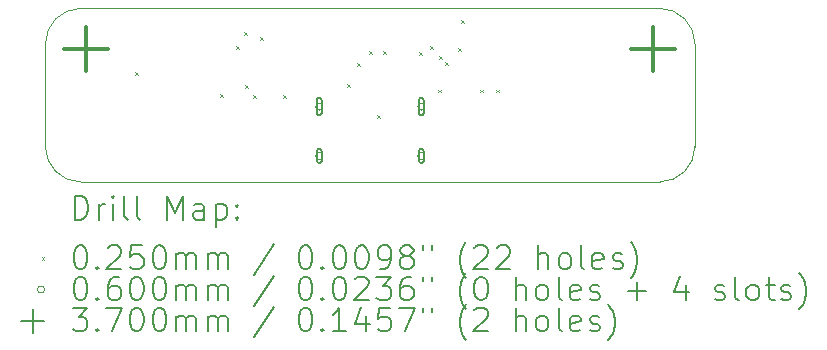
<source format=gbr>
%FSLAX45Y45*%
G04 Gerber Fmt 4.5, Leading zero omitted, Abs format (unit mm)*
G04 Created by KiCad (PCBNEW (5.99.0-12267-gfe608bfcef)) date 2021-11-07 23:23:37*
%MOMM*%
%LPD*%
G01*
G04 APERTURE LIST*
%TA.AperFunction,Profile*%
%ADD10C,0.050000*%
%TD*%
%ADD11C,0.200000*%
%ADD12C,0.025000*%
%ADD13C,0.060000*%
%ADD14C,0.370000*%
G04 APERTURE END LIST*
D10*
X11730000Y-9120000D02*
G75*
G03*
X12030000Y-9420000I300000J0D01*
G01*
X17230000Y-8250000D02*
X17230000Y-9120000D01*
X16930000Y-9420000D02*
X12030000Y-9420000D01*
X17230000Y-8250000D02*
G75*
G03*
X16930000Y-7950000I-300000J0D01*
G01*
X16930000Y-9420000D02*
G75*
G03*
X17230000Y-9120000I0J300000D01*
G01*
X12030000Y-7950000D02*
X16930000Y-7950000D01*
X11730000Y-8250000D02*
G75*
G02*
X12030000Y-7950000I300000J0D01*
G01*
X11730000Y-8250000D02*
X11730000Y-9120000D01*
D11*
D12*
X12487500Y-8487500D02*
X12512500Y-8512500D01*
X12512500Y-8487500D02*
X12487500Y-8512500D01*
X13207500Y-8677500D02*
X13232500Y-8702500D01*
X13232500Y-8677500D02*
X13207500Y-8702500D01*
X13347500Y-8267500D02*
X13372500Y-8292500D01*
X13372500Y-8267500D02*
X13347500Y-8292500D01*
X13412500Y-8150000D02*
X13437500Y-8175000D01*
X13437500Y-8150000D02*
X13412500Y-8175000D01*
X13417500Y-8597500D02*
X13442500Y-8622500D01*
X13442500Y-8597500D02*
X13417500Y-8622500D01*
X13487500Y-8687500D02*
X13512500Y-8712500D01*
X13512500Y-8687500D02*
X13487500Y-8712500D01*
X13547500Y-8190000D02*
X13572500Y-8215000D01*
X13572500Y-8190000D02*
X13547500Y-8215000D01*
X13745000Y-8685000D02*
X13770000Y-8710000D01*
X13770000Y-8685000D02*
X13745000Y-8710000D01*
X14287500Y-8587500D02*
X14312500Y-8612500D01*
X14312500Y-8587500D02*
X14287500Y-8612500D01*
X14372500Y-8414500D02*
X14397500Y-8439500D01*
X14397500Y-8414500D02*
X14372500Y-8439500D01*
X14470909Y-8313554D02*
X14495909Y-8338554D01*
X14495909Y-8313554D02*
X14470909Y-8338554D01*
X14537500Y-8852500D02*
X14562500Y-8877500D01*
X14562500Y-8852500D02*
X14537500Y-8877500D01*
X14587447Y-8312550D02*
X14612447Y-8337550D01*
X14612447Y-8312550D02*
X14587447Y-8337550D01*
X14895500Y-8318500D02*
X14920500Y-8343500D01*
X14920500Y-8318500D02*
X14895500Y-8343500D01*
X14987500Y-8267500D02*
X15012500Y-8292500D01*
X15012500Y-8267500D02*
X14987500Y-8292500D01*
X15057500Y-8637500D02*
X15082500Y-8662500D01*
X15082500Y-8637500D02*
X15057500Y-8662500D01*
X15060000Y-8350000D02*
X15085000Y-8375000D01*
X15085000Y-8350000D02*
X15060000Y-8375000D01*
X15112500Y-8402500D02*
X15137500Y-8427500D01*
X15137500Y-8402500D02*
X15112500Y-8427500D01*
X15227500Y-8287500D02*
X15252500Y-8312500D01*
X15252500Y-8287500D02*
X15227500Y-8312500D01*
X15247500Y-8047500D02*
X15272500Y-8072500D01*
X15272500Y-8047500D02*
X15247500Y-8072500D01*
X15407500Y-8637500D02*
X15432500Y-8662500D01*
X15432500Y-8637500D02*
X15407500Y-8662500D01*
X15547500Y-8637500D02*
X15572500Y-8662500D01*
X15572500Y-8637500D02*
X15547500Y-8662500D01*
D13*
X14078000Y-8782000D02*
G75*
G03*
X14078000Y-8782000I-30000J0D01*
G01*
D11*
X14028000Y-8727000D02*
X14028000Y-8837000D01*
X14068000Y-8727000D02*
X14068000Y-8837000D01*
X14028000Y-8837000D02*
G75*
G03*
X14068000Y-8837000I20000J0D01*
G01*
X14068000Y-8727000D02*
G75*
G03*
X14028000Y-8727000I-20000J0D01*
G01*
D13*
X14078000Y-9200000D02*
G75*
G03*
X14078000Y-9200000I-30000J0D01*
G01*
D11*
X14028000Y-9160000D02*
X14028000Y-9240000D01*
X14068000Y-9160000D02*
X14068000Y-9240000D01*
X14028000Y-9240000D02*
G75*
G03*
X14068000Y-9240000I20000J0D01*
G01*
X14068000Y-9160000D02*
G75*
G03*
X14028000Y-9160000I-20000J0D01*
G01*
D13*
X14942000Y-8782000D02*
G75*
G03*
X14942000Y-8782000I-30000J0D01*
G01*
D11*
X14892000Y-8727000D02*
X14892000Y-8837000D01*
X14932000Y-8727000D02*
X14932000Y-8837000D01*
X14892000Y-8837000D02*
G75*
G03*
X14932000Y-8837000I20000J0D01*
G01*
X14932000Y-8727000D02*
G75*
G03*
X14892000Y-8727000I-20000J0D01*
G01*
D13*
X14942000Y-9200000D02*
G75*
G03*
X14942000Y-9200000I-30000J0D01*
G01*
D11*
X14892000Y-9160000D02*
X14892000Y-9240000D01*
X14932000Y-9160000D02*
X14932000Y-9240000D01*
X14892000Y-9240000D02*
G75*
G03*
X14932000Y-9240000I20000J0D01*
G01*
X14932000Y-9160000D02*
G75*
G03*
X14892000Y-9160000I-20000J0D01*
G01*
D14*
X12075000Y-8110000D02*
X12075000Y-8480000D01*
X11890000Y-8295000D02*
X12260000Y-8295000D01*
X16875000Y-8110000D02*
X16875000Y-8480000D01*
X16690000Y-8295000D02*
X17060000Y-8295000D01*
D11*
X11980119Y-9737976D02*
X11980119Y-9537976D01*
X12027738Y-9537976D01*
X12056309Y-9547500D01*
X12075357Y-9566548D01*
X12084881Y-9585595D01*
X12094405Y-9623690D01*
X12094405Y-9652262D01*
X12084881Y-9690357D01*
X12075357Y-9709405D01*
X12056309Y-9728452D01*
X12027738Y-9737976D01*
X11980119Y-9737976D01*
X12180119Y-9737976D02*
X12180119Y-9604643D01*
X12180119Y-9642738D02*
X12189643Y-9623690D01*
X12199167Y-9614167D01*
X12218214Y-9604643D01*
X12237262Y-9604643D01*
X12303928Y-9737976D02*
X12303928Y-9604643D01*
X12303928Y-9537976D02*
X12294405Y-9547500D01*
X12303928Y-9557024D01*
X12313452Y-9547500D01*
X12303928Y-9537976D01*
X12303928Y-9557024D01*
X12427738Y-9737976D02*
X12408690Y-9728452D01*
X12399167Y-9709405D01*
X12399167Y-9537976D01*
X12532500Y-9737976D02*
X12513452Y-9728452D01*
X12503928Y-9709405D01*
X12503928Y-9537976D01*
X12761071Y-9737976D02*
X12761071Y-9537976D01*
X12827738Y-9680833D01*
X12894405Y-9537976D01*
X12894405Y-9737976D01*
X13075357Y-9737976D02*
X13075357Y-9633214D01*
X13065833Y-9614167D01*
X13046786Y-9604643D01*
X13008690Y-9604643D01*
X12989643Y-9614167D01*
X13075357Y-9728452D02*
X13056309Y-9737976D01*
X13008690Y-9737976D01*
X12989643Y-9728452D01*
X12980119Y-9709405D01*
X12980119Y-9690357D01*
X12989643Y-9671310D01*
X13008690Y-9661786D01*
X13056309Y-9661786D01*
X13075357Y-9652262D01*
X13170595Y-9604643D02*
X13170595Y-9804643D01*
X13170595Y-9614167D02*
X13189643Y-9604643D01*
X13227738Y-9604643D01*
X13246786Y-9614167D01*
X13256309Y-9623690D01*
X13265833Y-9642738D01*
X13265833Y-9699881D01*
X13256309Y-9718929D01*
X13246786Y-9728452D01*
X13227738Y-9737976D01*
X13189643Y-9737976D01*
X13170595Y-9728452D01*
X13351548Y-9718929D02*
X13361071Y-9728452D01*
X13351548Y-9737976D01*
X13342024Y-9728452D01*
X13351548Y-9718929D01*
X13351548Y-9737976D01*
X13351548Y-9614167D02*
X13361071Y-9623690D01*
X13351548Y-9633214D01*
X13342024Y-9623690D01*
X13351548Y-9614167D01*
X13351548Y-9633214D01*
D12*
X11697500Y-10055000D02*
X11722500Y-10080000D01*
X11722500Y-10055000D02*
X11697500Y-10080000D01*
D11*
X12018214Y-9957976D02*
X12037262Y-9957976D01*
X12056309Y-9967500D01*
X12065833Y-9977024D01*
X12075357Y-9996071D01*
X12084881Y-10034167D01*
X12084881Y-10081786D01*
X12075357Y-10119881D01*
X12065833Y-10138929D01*
X12056309Y-10148452D01*
X12037262Y-10157976D01*
X12018214Y-10157976D01*
X11999167Y-10148452D01*
X11989643Y-10138929D01*
X11980119Y-10119881D01*
X11970595Y-10081786D01*
X11970595Y-10034167D01*
X11980119Y-9996071D01*
X11989643Y-9977024D01*
X11999167Y-9967500D01*
X12018214Y-9957976D01*
X12170595Y-10138929D02*
X12180119Y-10148452D01*
X12170595Y-10157976D01*
X12161071Y-10148452D01*
X12170595Y-10138929D01*
X12170595Y-10157976D01*
X12256309Y-9977024D02*
X12265833Y-9967500D01*
X12284881Y-9957976D01*
X12332500Y-9957976D01*
X12351548Y-9967500D01*
X12361071Y-9977024D01*
X12370595Y-9996071D01*
X12370595Y-10015119D01*
X12361071Y-10043690D01*
X12246786Y-10157976D01*
X12370595Y-10157976D01*
X12551548Y-9957976D02*
X12456309Y-9957976D01*
X12446786Y-10053214D01*
X12456309Y-10043690D01*
X12475357Y-10034167D01*
X12522976Y-10034167D01*
X12542024Y-10043690D01*
X12551548Y-10053214D01*
X12561071Y-10072262D01*
X12561071Y-10119881D01*
X12551548Y-10138929D01*
X12542024Y-10148452D01*
X12522976Y-10157976D01*
X12475357Y-10157976D01*
X12456309Y-10148452D01*
X12446786Y-10138929D01*
X12684881Y-9957976D02*
X12703928Y-9957976D01*
X12722976Y-9967500D01*
X12732500Y-9977024D01*
X12742024Y-9996071D01*
X12751548Y-10034167D01*
X12751548Y-10081786D01*
X12742024Y-10119881D01*
X12732500Y-10138929D01*
X12722976Y-10148452D01*
X12703928Y-10157976D01*
X12684881Y-10157976D01*
X12665833Y-10148452D01*
X12656309Y-10138929D01*
X12646786Y-10119881D01*
X12637262Y-10081786D01*
X12637262Y-10034167D01*
X12646786Y-9996071D01*
X12656309Y-9977024D01*
X12665833Y-9967500D01*
X12684881Y-9957976D01*
X12837262Y-10157976D02*
X12837262Y-10024643D01*
X12837262Y-10043690D02*
X12846786Y-10034167D01*
X12865833Y-10024643D01*
X12894405Y-10024643D01*
X12913452Y-10034167D01*
X12922976Y-10053214D01*
X12922976Y-10157976D01*
X12922976Y-10053214D02*
X12932500Y-10034167D01*
X12951548Y-10024643D01*
X12980119Y-10024643D01*
X12999167Y-10034167D01*
X13008690Y-10053214D01*
X13008690Y-10157976D01*
X13103928Y-10157976D02*
X13103928Y-10024643D01*
X13103928Y-10043690D02*
X13113452Y-10034167D01*
X13132500Y-10024643D01*
X13161071Y-10024643D01*
X13180119Y-10034167D01*
X13189643Y-10053214D01*
X13189643Y-10157976D01*
X13189643Y-10053214D02*
X13199167Y-10034167D01*
X13218214Y-10024643D01*
X13246786Y-10024643D01*
X13265833Y-10034167D01*
X13275357Y-10053214D01*
X13275357Y-10157976D01*
X13665833Y-9948452D02*
X13494405Y-10205595D01*
X13922976Y-9957976D02*
X13942024Y-9957976D01*
X13961071Y-9967500D01*
X13970595Y-9977024D01*
X13980119Y-9996071D01*
X13989643Y-10034167D01*
X13989643Y-10081786D01*
X13980119Y-10119881D01*
X13970595Y-10138929D01*
X13961071Y-10148452D01*
X13942024Y-10157976D01*
X13922976Y-10157976D01*
X13903928Y-10148452D01*
X13894405Y-10138929D01*
X13884881Y-10119881D01*
X13875357Y-10081786D01*
X13875357Y-10034167D01*
X13884881Y-9996071D01*
X13894405Y-9977024D01*
X13903928Y-9967500D01*
X13922976Y-9957976D01*
X14075357Y-10138929D02*
X14084881Y-10148452D01*
X14075357Y-10157976D01*
X14065833Y-10148452D01*
X14075357Y-10138929D01*
X14075357Y-10157976D01*
X14208690Y-9957976D02*
X14227738Y-9957976D01*
X14246786Y-9967500D01*
X14256309Y-9977024D01*
X14265833Y-9996071D01*
X14275357Y-10034167D01*
X14275357Y-10081786D01*
X14265833Y-10119881D01*
X14256309Y-10138929D01*
X14246786Y-10148452D01*
X14227738Y-10157976D01*
X14208690Y-10157976D01*
X14189643Y-10148452D01*
X14180119Y-10138929D01*
X14170595Y-10119881D01*
X14161071Y-10081786D01*
X14161071Y-10034167D01*
X14170595Y-9996071D01*
X14180119Y-9977024D01*
X14189643Y-9967500D01*
X14208690Y-9957976D01*
X14399167Y-9957976D02*
X14418214Y-9957976D01*
X14437262Y-9967500D01*
X14446786Y-9977024D01*
X14456309Y-9996071D01*
X14465833Y-10034167D01*
X14465833Y-10081786D01*
X14456309Y-10119881D01*
X14446786Y-10138929D01*
X14437262Y-10148452D01*
X14418214Y-10157976D01*
X14399167Y-10157976D01*
X14380119Y-10148452D01*
X14370595Y-10138929D01*
X14361071Y-10119881D01*
X14351548Y-10081786D01*
X14351548Y-10034167D01*
X14361071Y-9996071D01*
X14370595Y-9977024D01*
X14380119Y-9967500D01*
X14399167Y-9957976D01*
X14561071Y-10157976D02*
X14599167Y-10157976D01*
X14618214Y-10148452D01*
X14627738Y-10138929D01*
X14646786Y-10110357D01*
X14656309Y-10072262D01*
X14656309Y-9996071D01*
X14646786Y-9977024D01*
X14637262Y-9967500D01*
X14618214Y-9957976D01*
X14580119Y-9957976D01*
X14561071Y-9967500D01*
X14551548Y-9977024D01*
X14542024Y-9996071D01*
X14542024Y-10043690D01*
X14551548Y-10062738D01*
X14561071Y-10072262D01*
X14580119Y-10081786D01*
X14618214Y-10081786D01*
X14637262Y-10072262D01*
X14646786Y-10062738D01*
X14656309Y-10043690D01*
X14770595Y-10043690D02*
X14751548Y-10034167D01*
X14742024Y-10024643D01*
X14732500Y-10005595D01*
X14732500Y-9996071D01*
X14742024Y-9977024D01*
X14751548Y-9967500D01*
X14770595Y-9957976D01*
X14808690Y-9957976D01*
X14827738Y-9967500D01*
X14837262Y-9977024D01*
X14846786Y-9996071D01*
X14846786Y-10005595D01*
X14837262Y-10024643D01*
X14827738Y-10034167D01*
X14808690Y-10043690D01*
X14770595Y-10043690D01*
X14751548Y-10053214D01*
X14742024Y-10062738D01*
X14732500Y-10081786D01*
X14732500Y-10119881D01*
X14742024Y-10138929D01*
X14751548Y-10148452D01*
X14770595Y-10157976D01*
X14808690Y-10157976D01*
X14827738Y-10148452D01*
X14837262Y-10138929D01*
X14846786Y-10119881D01*
X14846786Y-10081786D01*
X14837262Y-10062738D01*
X14827738Y-10053214D01*
X14808690Y-10043690D01*
X14922976Y-9957976D02*
X14922976Y-9996071D01*
X14999167Y-9957976D02*
X14999167Y-9996071D01*
X15294405Y-10234167D02*
X15284881Y-10224643D01*
X15265833Y-10196071D01*
X15256309Y-10177024D01*
X15246786Y-10148452D01*
X15237262Y-10100833D01*
X15237262Y-10062738D01*
X15246786Y-10015119D01*
X15256309Y-9986548D01*
X15265833Y-9967500D01*
X15284881Y-9938929D01*
X15294405Y-9929405D01*
X15361071Y-9977024D02*
X15370595Y-9967500D01*
X15389643Y-9957976D01*
X15437262Y-9957976D01*
X15456309Y-9967500D01*
X15465833Y-9977024D01*
X15475357Y-9996071D01*
X15475357Y-10015119D01*
X15465833Y-10043690D01*
X15351548Y-10157976D01*
X15475357Y-10157976D01*
X15551548Y-9977024D02*
X15561071Y-9967500D01*
X15580119Y-9957976D01*
X15627738Y-9957976D01*
X15646786Y-9967500D01*
X15656309Y-9977024D01*
X15665833Y-9996071D01*
X15665833Y-10015119D01*
X15656309Y-10043690D01*
X15542024Y-10157976D01*
X15665833Y-10157976D01*
X15903928Y-10157976D02*
X15903928Y-9957976D01*
X15989643Y-10157976D02*
X15989643Y-10053214D01*
X15980119Y-10034167D01*
X15961071Y-10024643D01*
X15932500Y-10024643D01*
X15913452Y-10034167D01*
X15903928Y-10043690D01*
X16113452Y-10157976D02*
X16094405Y-10148452D01*
X16084881Y-10138929D01*
X16075357Y-10119881D01*
X16075357Y-10062738D01*
X16084881Y-10043690D01*
X16094405Y-10034167D01*
X16113452Y-10024643D01*
X16142024Y-10024643D01*
X16161071Y-10034167D01*
X16170595Y-10043690D01*
X16180119Y-10062738D01*
X16180119Y-10119881D01*
X16170595Y-10138929D01*
X16161071Y-10148452D01*
X16142024Y-10157976D01*
X16113452Y-10157976D01*
X16294405Y-10157976D02*
X16275357Y-10148452D01*
X16265833Y-10129405D01*
X16265833Y-9957976D01*
X16446786Y-10148452D02*
X16427738Y-10157976D01*
X16389643Y-10157976D01*
X16370595Y-10148452D01*
X16361071Y-10129405D01*
X16361071Y-10053214D01*
X16370595Y-10034167D01*
X16389643Y-10024643D01*
X16427738Y-10024643D01*
X16446786Y-10034167D01*
X16456309Y-10053214D01*
X16456309Y-10072262D01*
X16361071Y-10091310D01*
X16532500Y-10148452D02*
X16551548Y-10157976D01*
X16589643Y-10157976D01*
X16608690Y-10148452D01*
X16618214Y-10129405D01*
X16618214Y-10119881D01*
X16608690Y-10100833D01*
X16589643Y-10091310D01*
X16561071Y-10091310D01*
X16542024Y-10081786D01*
X16532500Y-10062738D01*
X16532500Y-10053214D01*
X16542024Y-10034167D01*
X16561071Y-10024643D01*
X16589643Y-10024643D01*
X16608690Y-10034167D01*
X16684881Y-10234167D02*
X16694405Y-10224643D01*
X16713452Y-10196071D01*
X16722976Y-10177024D01*
X16732500Y-10148452D01*
X16742024Y-10100833D01*
X16742024Y-10062738D01*
X16732500Y-10015119D01*
X16722976Y-9986548D01*
X16713452Y-9967500D01*
X16694405Y-9938929D01*
X16684881Y-9929405D01*
D13*
X11722500Y-10331500D02*
G75*
G03*
X11722500Y-10331500I-30000J0D01*
G01*
D11*
X12018214Y-10221976D02*
X12037262Y-10221976D01*
X12056309Y-10231500D01*
X12065833Y-10241024D01*
X12075357Y-10260071D01*
X12084881Y-10298167D01*
X12084881Y-10345786D01*
X12075357Y-10383881D01*
X12065833Y-10402929D01*
X12056309Y-10412452D01*
X12037262Y-10421976D01*
X12018214Y-10421976D01*
X11999167Y-10412452D01*
X11989643Y-10402929D01*
X11980119Y-10383881D01*
X11970595Y-10345786D01*
X11970595Y-10298167D01*
X11980119Y-10260071D01*
X11989643Y-10241024D01*
X11999167Y-10231500D01*
X12018214Y-10221976D01*
X12170595Y-10402929D02*
X12180119Y-10412452D01*
X12170595Y-10421976D01*
X12161071Y-10412452D01*
X12170595Y-10402929D01*
X12170595Y-10421976D01*
X12351548Y-10221976D02*
X12313452Y-10221976D01*
X12294405Y-10231500D01*
X12284881Y-10241024D01*
X12265833Y-10269595D01*
X12256309Y-10307690D01*
X12256309Y-10383881D01*
X12265833Y-10402929D01*
X12275357Y-10412452D01*
X12294405Y-10421976D01*
X12332500Y-10421976D01*
X12351548Y-10412452D01*
X12361071Y-10402929D01*
X12370595Y-10383881D01*
X12370595Y-10336262D01*
X12361071Y-10317214D01*
X12351548Y-10307690D01*
X12332500Y-10298167D01*
X12294405Y-10298167D01*
X12275357Y-10307690D01*
X12265833Y-10317214D01*
X12256309Y-10336262D01*
X12494405Y-10221976D02*
X12513452Y-10221976D01*
X12532500Y-10231500D01*
X12542024Y-10241024D01*
X12551548Y-10260071D01*
X12561071Y-10298167D01*
X12561071Y-10345786D01*
X12551548Y-10383881D01*
X12542024Y-10402929D01*
X12532500Y-10412452D01*
X12513452Y-10421976D01*
X12494405Y-10421976D01*
X12475357Y-10412452D01*
X12465833Y-10402929D01*
X12456309Y-10383881D01*
X12446786Y-10345786D01*
X12446786Y-10298167D01*
X12456309Y-10260071D01*
X12465833Y-10241024D01*
X12475357Y-10231500D01*
X12494405Y-10221976D01*
X12684881Y-10221976D02*
X12703928Y-10221976D01*
X12722976Y-10231500D01*
X12732500Y-10241024D01*
X12742024Y-10260071D01*
X12751548Y-10298167D01*
X12751548Y-10345786D01*
X12742024Y-10383881D01*
X12732500Y-10402929D01*
X12722976Y-10412452D01*
X12703928Y-10421976D01*
X12684881Y-10421976D01*
X12665833Y-10412452D01*
X12656309Y-10402929D01*
X12646786Y-10383881D01*
X12637262Y-10345786D01*
X12637262Y-10298167D01*
X12646786Y-10260071D01*
X12656309Y-10241024D01*
X12665833Y-10231500D01*
X12684881Y-10221976D01*
X12837262Y-10421976D02*
X12837262Y-10288643D01*
X12837262Y-10307690D02*
X12846786Y-10298167D01*
X12865833Y-10288643D01*
X12894405Y-10288643D01*
X12913452Y-10298167D01*
X12922976Y-10317214D01*
X12922976Y-10421976D01*
X12922976Y-10317214D02*
X12932500Y-10298167D01*
X12951548Y-10288643D01*
X12980119Y-10288643D01*
X12999167Y-10298167D01*
X13008690Y-10317214D01*
X13008690Y-10421976D01*
X13103928Y-10421976D02*
X13103928Y-10288643D01*
X13103928Y-10307690D02*
X13113452Y-10298167D01*
X13132500Y-10288643D01*
X13161071Y-10288643D01*
X13180119Y-10298167D01*
X13189643Y-10317214D01*
X13189643Y-10421976D01*
X13189643Y-10317214D02*
X13199167Y-10298167D01*
X13218214Y-10288643D01*
X13246786Y-10288643D01*
X13265833Y-10298167D01*
X13275357Y-10317214D01*
X13275357Y-10421976D01*
X13665833Y-10212452D02*
X13494405Y-10469595D01*
X13922976Y-10221976D02*
X13942024Y-10221976D01*
X13961071Y-10231500D01*
X13970595Y-10241024D01*
X13980119Y-10260071D01*
X13989643Y-10298167D01*
X13989643Y-10345786D01*
X13980119Y-10383881D01*
X13970595Y-10402929D01*
X13961071Y-10412452D01*
X13942024Y-10421976D01*
X13922976Y-10421976D01*
X13903928Y-10412452D01*
X13894405Y-10402929D01*
X13884881Y-10383881D01*
X13875357Y-10345786D01*
X13875357Y-10298167D01*
X13884881Y-10260071D01*
X13894405Y-10241024D01*
X13903928Y-10231500D01*
X13922976Y-10221976D01*
X14075357Y-10402929D02*
X14084881Y-10412452D01*
X14075357Y-10421976D01*
X14065833Y-10412452D01*
X14075357Y-10402929D01*
X14075357Y-10421976D01*
X14208690Y-10221976D02*
X14227738Y-10221976D01*
X14246786Y-10231500D01*
X14256309Y-10241024D01*
X14265833Y-10260071D01*
X14275357Y-10298167D01*
X14275357Y-10345786D01*
X14265833Y-10383881D01*
X14256309Y-10402929D01*
X14246786Y-10412452D01*
X14227738Y-10421976D01*
X14208690Y-10421976D01*
X14189643Y-10412452D01*
X14180119Y-10402929D01*
X14170595Y-10383881D01*
X14161071Y-10345786D01*
X14161071Y-10298167D01*
X14170595Y-10260071D01*
X14180119Y-10241024D01*
X14189643Y-10231500D01*
X14208690Y-10221976D01*
X14351548Y-10241024D02*
X14361071Y-10231500D01*
X14380119Y-10221976D01*
X14427738Y-10221976D01*
X14446786Y-10231500D01*
X14456309Y-10241024D01*
X14465833Y-10260071D01*
X14465833Y-10279119D01*
X14456309Y-10307690D01*
X14342024Y-10421976D01*
X14465833Y-10421976D01*
X14532500Y-10221976D02*
X14656309Y-10221976D01*
X14589643Y-10298167D01*
X14618214Y-10298167D01*
X14637262Y-10307690D01*
X14646786Y-10317214D01*
X14656309Y-10336262D01*
X14656309Y-10383881D01*
X14646786Y-10402929D01*
X14637262Y-10412452D01*
X14618214Y-10421976D01*
X14561071Y-10421976D01*
X14542024Y-10412452D01*
X14532500Y-10402929D01*
X14827738Y-10221976D02*
X14789643Y-10221976D01*
X14770595Y-10231500D01*
X14761071Y-10241024D01*
X14742024Y-10269595D01*
X14732500Y-10307690D01*
X14732500Y-10383881D01*
X14742024Y-10402929D01*
X14751548Y-10412452D01*
X14770595Y-10421976D01*
X14808690Y-10421976D01*
X14827738Y-10412452D01*
X14837262Y-10402929D01*
X14846786Y-10383881D01*
X14846786Y-10336262D01*
X14837262Y-10317214D01*
X14827738Y-10307690D01*
X14808690Y-10298167D01*
X14770595Y-10298167D01*
X14751548Y-10307690D01*
X14742024Y-10317214D01*
X14732500Y-10336262D01*
X14922976Y-10221976D02*
X14922976Y-10260071D01*
X14999167Y-10221976D02*
X14999167Y-10260071D01*
X15294405Y-10498167D02*
X15284881Y-10488643D01*
X15265833Y-10460071D01*
X15256309Y-10441024D01*
X15246786Y-10412452D01*
X15237262Y-10364833D01*
X15237262Y-10326738D01*
X15246786Y-10279119D01*
X15256309Y-10250548D01*
X15265833Y-10231500D01*
X15284881Y-10202929D01*
X15294405Y-10193405D01*
X15408690Y-10221976D02*
X15427738Y-10221976D01*
X15446786Y-10231500D01*
X15456309Y-10241024D01*
X15465833Y-10260071D01*
X15475357Y-10298167D01*
X15475357Y-10345786D01*
X15465833Y-10383881D01*
X15456309Y-10402929D01*
X15446786Y-10412452D01*
X15427738Y-10421976D01*
X15408690Y-10421976D01*
X15389643Y-10412452D01*
X15380119Y-10402929D01*
X15370595Y-10383881D01*
X15361071Y-10345786D01*
X15361071Y-10298167D01*
X15370595Y-10260071D01*
X15380119Y-10241024D01*
X15389643Y-10231500D01*
X15408690Y-10221976D01*
X15713452Y-10421976D02*
X15713452Y-10221976D01*
X15799167Y-10421976D02*
X15799167Y-10317214D01*
X15789643Y-10298167D01*
X15770595Y-10288643D01*
X15742024Y-10288643D01*
X15722976Y-10298167D01*
X15713452Y-10307690D01*
X15922976Y-10421976D02*
X15903928Y-10412452D01*
X15894405Y-10402929D01*
X15884881Y-10383881D01*
X15884881Y-10326738D01*
X15894405Y-10307690D01*
X15903928Y-10298167D01*
X15922976Y-10288643D01*
X15951548Y-10288643D01*
X15970595Y-10298167D01*
X15980119Y-10307690D01*
X15989643Y-10326738D01*
X15989643Y-10383881D01*
X15980119Y-10402929D01*
X15970595Y-10412452D01*
X15951548Y-10421976D01*
X15922976Y-10421976D01*
X16103928Y-10421976D02*
X16084881Y-10412452D01*
X16075357Y-10393405D01*
X16075357Y-10221976D01*
X16256309Y-10412452D02*
X16237262Y-10421976D01*
X16199167Y-10421976D01*
X16180119Y-10412452D01*
X16170595Y-10393405D01*
X16170595Y-10317214D01*
X16180119Y-10298167D01*
X16199167Y-10288643D01*
X16237262Y-10288643D01*
X16256309Y-10298167D01*
X16265833Y-10317214D01*
X16265833Y-10336262D01*
X16170595Y-10355310D01*
X16342024Y-10412452D02*
X16361071Y-10421976D01*
X16399167Y-10421976D01*
X16418214Y-10412452D01*
X16427738Y-10393405D01*
X16427738Y-10383881D01*
X16418214Y-10364833D01*
X16399167Y-10355310D01*
X16370595Y-10355310D01*
X16351548Y-10345786D01*
X16342024Y-10326738D01*
X16342024Y-10317214D01*
X16351548Y-10298167D01*
X16370595Y-10288643D01*
X16399167Y-10288643D01*
X16418214Y-10298167D01*
X16665833Y-10345786D02*
X16818214Y-10345786D01*
X16742024Y-10421976D02*
X16742024Y-10269595D01*
X17151548Y-10288643D02*
X17151548Y-10421976D01*
X17103929Y-10212452D02*
X17056310Y-10355310D01*
X17180119Y-10355310D01*
X17399167Y-10412452D02*
X17418214Y-10421976D01*
X17456310Y-10421976D01*
X17475357Y-10412452D01*
X17484881Y-10393405D01*
X17484881Y-10383881D01*
X17475357Y-10364833D01*
X17456310Y-10355310D01*
X17427738Y-10355310D01*
X17408690Y-10345786D01*
X17399167Y-10326738D01*
X17399167Y-10317214D01*
X17408690Y-10298167D01*
X17427738Y-10288643D01*
X17456310Y-10288643D01*
X17475357Y-10298167D01*
X17599167Y-10421976D02*
X17580119Y-10412452D01*
X17570595Y-10393405D01*
X17570595Y-10221976D01*
X17703929Y-10421976D02*
X17684881Y-10412452D01*
X17675357Y-10402929D01*
X17665833Y-10383881D01*
X17665833Y-10326738D01*
X17675357Y-10307690D01*
X17684881Y-10298167D01*
X17703929Y-10288643D01*
X17732500Y-10288643D01*
X17751548Y-10298167D01*
X17761071Y-10307690D01*
X17770595Y-10326738D01*
X17770595Y-10383881D01*
X17761071Y-10402929D01*
X17751548Y-10412452D01*
X17732500Y-10421976D01*
X17703929Y-10421976D01*
X17827738Y-10288643D02*
X17903929Y-10288643D01*
X17856310Y-10221976D02*
X17856310Y-10393405D01*
X17865833Y-10412452D01*
X17884881Y-10421976D01*
X17903929Y-10421976D01*
X17961071Y-10412452D02*
X17980119Y-10421976D01*
X18018214Y-10421976D01*
X18037262Y-10412452D01*
X18046786Y-10393405D01*
X18046786Y-10383881D01*
X18037262Y-10364833D01*
X18018214Y-10355310D01*
X17989643Y-10355310D01*
X17970595Y-10345786D01*
X17961071Y-10326738D01*
X17961071Y-10317214D01*
X17970595Y-10298167D01*
X17989643Y-10288643D01*
X18018214Y-10288643D01*
X18037262Y-10298167D01*
X18113452Y-10498167D02*
X18122976Y-10488643D01*
X18142024Y-10460071D01*
X18151548Y-10441024D01*
X18161071Y-10412452D01*
X18170595Y-10364833D01*
X18170595Y-10326738D01*
X18161071Y-10279119D01*
X18151548Y-10250548D01*
X18142024Y-10231500D01*
X18122976Y-10202929D01*
X18113452Y-10193405D01*
X11622500Y-10495500D02*
X11622500Y-10695500D01*
X11522500Y-10595500D02*
X11722500Y-10595500D01*
X11961071Y-10485976D02*
X12084881Y-10485976D01*
X12018214Y-10562167D01*
X12046786Y-10562167D01*
X12065833Y-10571690D01*
X12075357Y-10581214D01*
X12084881Y-10600262D01*
X12084881Y-10647881D01*
X12075357Y-10666929D01*
X12065833Y-10676452D01*
X12046786Y-10685976D01*
X11989643Y-10685976D01*
X11970595Y-10676452D01*
X11961071Y-10666929D01*
X12170595Y-10666929D02*
X12180119Y-10676452D01*
X12170595Y-10685976D01*
X12161071Y-10676452D01*
X12170595Y-10666929D01*
X12170595Y-10685976D01*
X12246786Y-10485976D02*
X12380119Y-10485976D01*
X12294405Y-10685976D01*
X12494405Y-10485976D02*
X12513452Y-10485976D01*
X12532500Y-10495500D01*
X12542024Y-10505024D01*
X12551548Y-10524071D01*
X12561071Y-10562167D01*
X12561071Y-10609786D01*
X12551548Y-10647881D01*
X12542024Y-10666929D01*
X12532500Y-10676452D01*
X12513452Y-10685976D01*
X12494405Y-10685976D01*
X12475357Y-10676452D01*
X12465833Y-10666929D01*
X12456309Y-10647881D01*
X12446786Y-10609786D01*
X12446786Y-10562167D01*
X12456309Y-10524071D01*
X12465833Y-10505024D01*
X12475357Y-10495500D01*
X12494405Y-10485976D01*
X12684881Y-10485976D02*
X12703928Y-10485976D01*
X12722976Y-10495500D01*
X12732500Y-10505024D01*
X12742024Y-10524071D01*
X12751548Y-10562167D01*
X12751548Y-10609786D01*
X12742024Y-10647881D01*
X12732500Y-10666929D01*
X12722976Y-10676452D01*
X12703928Y-10685976D01*
X12684881Y-10685976D01*
X12665833Y-10676452D01*
X12656309Y-10666929D01*
X12646786Y-10647881D01*
X12637262Y-10609786D01*
X12637262Y-10562167D01*
X12646786Y-10524071D01*
X12656309Y-10505024D01*
X12665833Y-10495500D01*
X12684881Y-10485976D01*
X12837262Y-10685976D02*
X12837262Y-10552643D01*
X12837262Y-10571690D02*
X12846786Y-10562167D01*
X12865833Y-10552643D01*
X12894405Y-10552643D01*
X12913452Y-10562167D01*
X12922976Y-10581214D01*
X12922976Y-10685976D01*
X12922976Y-10581214D02*
X12932500Y-10562167D01*
X12951548Y-10552643D01*
X12980119Y-10552643D01*
X12999167Y-10562167D01*
X13008690Y-10581214D01*
X13008690Y-10685976D01*
X13103928Y-10685976D02*
X13103928Y-10552643D01*
X13103928Y-10571690D02*
X13113452Y-10562167D01*
X13132500Y-10552643D01*
X13161071Y-10552643D01*
X13180119Y-10562167D01*
X13189643Y-10581214D01*
X13189643Y-10685976D01*
X13189643Y-10581214D02*
X13199167Y-10562167D01*
X13218214Y-10552643D01*
X13246786Y-10552643D01*
X13265833Y-10562167D01*
X13275357Y-10581214D01*
X13275357Y-10685976D01*
X13665833Y-10476452D02*
X13494405Y-10733595D01*
X13922976Y-10485976D02*
X13942024Y-10485976D01*
X13961071Y-10495500D01*
X13970595Y-10505024D01*
X13980119Y-10524071D01*
X13989643Y-10562167D01*
X13989643Y-10609786D01*
X13980119Y-10647881D01*
X13970595Y-10666929D01*
X13961071Y-10676452D01*
X13942024Y-10685976D01*
X13922976Y-10685976D01*
X13903928Y-10676452D01*
X13894405Y-10666929D01*
X13884881Y-10647881D01*
X13875357Y-10609786D01*
X13875357Y-10562167D01*
X13884881Y-10524071D01*
X13894405Y-10505024D01*
X13903928Y-10495500D01*
X13922976Y-10485976D01*
X14075357Y-10666929D02*
X14084881Y-10676452D01*
X14075357Y-10685976D01*
X14065833Y-10676452D01*
X14075357Y-10666929D01*
X14075357Y-10685976D01*
X14275357Y-10685976D02*
X14161071Y-10685976D01*
X14218214Y-10685976D02*
X14218214Y-10485976D01*
X14199167Y-10514548D01*
X14180119Y-10533595D01*
X14161071Y-10543119D01*
X14446786Y-10552643D02*
X14446786Y-10685976D01*
X14399167Y-10476452D02*
X14351548Y-10619310D01*
X14475357Y-10619310D01*
X14646786Y-10485976D02*
X14551548Y-10485976D01*
X14542024Y-10581214D01*
X14551548Y-10571690D01*
X14570595Y-10562167D01*
X14618214Y-10562167D01*
X14637262Y-10571690D01*
X14646786Y-10581214D01*
X14656309Y-10600262D01*
X14656309Y-10647881D01*
X14646786Y-10666929D01*
X14637262Y-10676452D01*
X14618214Y-10685976D01*
X14570595Y-10685976D01*
X14551548Y-10676452D01*
X14542024Y-10666929D01*
X14722976Y-10485976D02*
X14856309Y-10485976D01*
X14770595Y-10685976D01*
X14922976Y-10485976D02*
X14922976Y-10524071D01*
X14999167Y-10485976D02*
X14999167Y-10524071D01*
X15294405Y-10762167D02*
X15284881Y-10752643D01*
X15265833Y-10724071D01*
X15256309Y-10705024D01*
X15246786Y-10676452D01*
X15237262Y-10628833D01*
X15237262Y-10590738D01*
X15246786Y-10543119D01*
X15256309Y-10514548D01*
X15265833Y-10495500D01*
X15284881Y-10466929D01*
X15294405Y-10457405D01*
X15361071Y-10505024D02*
X15370595Y-10495500D01*
X15389643Y-10485976D01*
X15437262Y-10485976D01*
X15456309Y-10495500D01*
X15465833Y-10505024D01*
X15475357Y-10524071D01*
X15475357Y-10543119D01*
X15465833Y-10571690D01*
X15351548Y-10685976D01*
X15475357Y-10685976D01*
X15713452Y-10685976D02*
X15713452Y-10485976D01*
X15799167Y-10685976D02*
X15799167Y-10581214D01*
X15789643Y-10562167D01*
X15770595Y-10552643D01*
X15742024Y-10552643D01*
X15722976Y-10562167D01*
X15713452Y-10571690D01*
X15922976Y-10685976D02*
X15903928Y-10676452D01*
X15894405Y-10666929D01*
X15884881Y-10647881D01*
X15884881Y-10590738D01*
X15894405Y-10571690D01*
X15903928Y-10562167D01*
X15922976Y-10552643D01*
X15951548Y-10552643D01*
X15970595Y-10562167D01*
X15980119Y-10571690D01*
X15989643Y-10590738D01*
X15989643Y-10647881D01*
X15980119Y-10666929D01*
X15970595Y-10676452D01*
X15951548Y-10685976D01*
X15922976Y-10685976D01*
X16103928Y-10685976D02*
X16084881Y-10676452D01*
X16075357Y-10657405D01*
X16075357Y-10485976D01*
X16256309Y-10676452D02*
X16237262Y-10685976D01*
X16199167Y-10685976D01*
X16180119Y-10676452D01*
X16170595Y-10657405D01*
X16170595Y-10581214D01*
X16180119Y-10562167D01*
X16199167Y-10552643D01*
X16237262Y-10552643D01*
X16256309Y-10562167D01*
X16265833Y-10581214D01*
X16265833Y-10600262D01*
X16170595Y-10619310D01*
X16342024Y-10676452D02*
X16361071Y-10685976D01*
X16399167Y-10685976D01*
X16418214Y-10676452D01*
X16427738Y-10657405D01*
X16427738Y-10647881D01*
X16418214Y-10628833D01*
X16399167Y-10619310D01*
X16370595Y-10619310D01*
X16351548Y-10609786D01*
X16342024Y-10590738D01*
X16342024Y-10581214D01*
X16351548Y-10562167D01*
X16370595Y-10552643D01*
X16399167Y-10552643D01*
X16418214Y-10562167D01*
X16494405Y-10762167D02*
X16503928Y-10752643D01*
X16522976Y-10724071D01*
X16532500Y-10705024D01*
X16542024Y-10676452D01*
X16551548Y-10628833D01*
X16551548Y-10590738D01*
X16542024Y-10543119D01*
X16532500Y-10514548D01*
X16522976Y-10495500D01*
X16503928Y-10466929D01*
X16494405Y-10457405D01*
M02*

</source>
